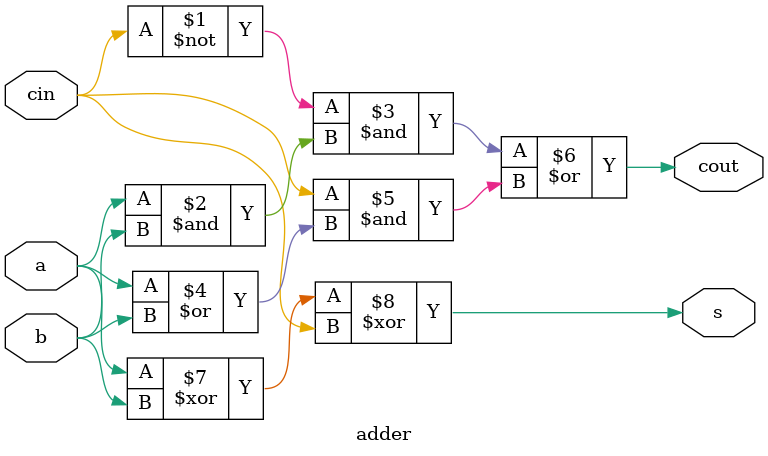
<source format=v>
module multiplier(
    input clk, rst, 
    input flush, mult_en,
    input [31:0] mult_A, mult_B,
    input is_unsign,
    output mult_busy,
    output [63:0] mult_out
    //    output [63:0] debug
);
    //assign debug = Si[13];
    wire [31:0] A, B, neg_A;
    assign A=mult_A;
    assign B=mult_B;
    assign neg_A= ~A + 1 ;

   
    //compress 32*32 to 16*32
    // 000     0
    // 001     1
    // 010     1
    // 011     2
    // 100     -2
    // 101     -1
    // 110     -1
    // 111     0  
    wire [2:0] booth[0:15]; 
    wire [63:0] Pi  [0:15]; 
    assign booth[0] = {B[1],B[0],1'b0};
    genvar  i;
    generate
        for(i=1;i<16;i=i+1)begin
            assign booth[i] = { B[(i<<1)+1],B[i<<1],B[(i<<1)-1]};
        end
    endgenerate
    generate
        for(i=0;i<16;i=i+1)begin
            assign Pi[i] = { {64{booth[i]==3'b000}} & 64'b0  } 
                         | { {64{booth[i]==3'b001}} & {  {(32-(i<<1)){A[31]}} , A , {(i<<1){1'b0}} } }
                         | { {64{booth[i]==3'b010}} & {  {(32-(i<<1)){A[31]}} , A , {(i<<1){1'b0}} } }
                         | { {64{booth[i]==3'b011}} & {  {(32-(i<<1)-1){A[31]}} , A , {((i<<1)+1){1'b0}} } }
                         | { {64{booth[i]==3'b100}} & {  {(32-(i<<1)-1){neg_A[31]}} , neg_A , {((i<<1)+1){1'b0}} } }
                         | { {64{booth[i]==3'b101}} & {  {(32-(i<<1)){neg_A[31]}} , neg_A , {(i<<1){1'b0}} } }
                         | { {64{booth[i]==3'b110}} & {  {(32-(i<<1)){neg_A[31]}} , neg_A , {(i<<1){1'b0}} } }
                         | { {64{booth[i]==3'b111}} & 64'b0  }  ;
                
        end
    endgenerate

    wire [64:0] Ci[0:13];
    wire [63:0] Si[0:13];
    generate
        for(i=0;i<14;i=i+1) assign Ci[i][0] = 1'b0 ;
    endgenerate
    generate
        for(i=0;i<64;i=i+1)begin
            //clk 0
            adder adder_0(
                .a( Pi[0][i] ), .b(Pi[1][i]), .cin(Pi[2][i]), 
                .cout(Ci[0][i+1]), .s(Si[0][i])
            );
            adder adder_1(
                .a( Pi[4][i] ), .b(Pi[5][i]), .cin(Pi[6][i]), 
                .cout(Ci[1][i+1]), .s(Si[1][i])
            );
            adder adder_2(
                .a( Pi[8][i] ), .b(Pi[9][i]), .cin(Pi[10][i]), 
                .cout(Ci[2][i+1]), .s(Si[2][i])
            );
            adder adder_3(
                .a( Pi[12][i] ), .b(Pi[13][i]), .cin(Pi[14][i]), 
                .cout(Ci[3][i+1]), .s(Si[3][i])
            );
            //clk 1
            adder adder_4(
                .a( Pi[3][i] ), .b(Si[0][i]), .cin(Ci[0][i]), 
                .cout(Ci[4][i+1]), .s(Si[4][i])
            );
            adder adder_5(
                .a( Pi[7][i] ), .b(Si[1][i]), .cin(Ci[1][i]), 
                .cout(Ci[5][i+1]), .s(Si[5][i])
            );
            adder adder_6(
                .a( Pi[11][i] ), .b(Si[2][i]), .cin(Ci[2][i]), 
                .cout(Ci[6][i+1]), .s(Si[6][i])
            );
            adder adder_7(
                .a( Pi[15][i] ), .b(Si[3][i]), .cin(Ci[3][i]), 
                .cout(Ci[7][i+1]), .s(Si[7][i])
            );
            //clk2
            adder adder_8(
                .a( Ci[4][i] ), .b(Si[5][i]), .cin(Ci[5][i]), 
                .cout(Ci[8][i+1]), .s(Si[8][i])
            );
            adder adder_9(
                .a( Ci[6][i] ), .b(Si[7][i]), .cin(Ci[7][i]), 
                .cout(Ci[9][i+1]), .s(Si[9][i])
            );
            //clk 3
            adder adder_10(
                .a( Si[4][i] ), .b(Si[8][i]), .cin(Ci[8][i]), 
                .cout(Ci[10][i+1]), .s(Si[10][i])
            );
            adder adder_11(
                .a( Si[6][i] ), .b(Si[9][i]), .cin(Ci[9][i]), 
                .cout(Ci[11][i+1]), .s(Si[11][i])
            );
            //clk 4
            adder adder_12(
                .a( Ci[10][i] ), .b(Si[11][i]), .cin(Ci[11][i]), 
                .cout(Ci[12][i+1]), .s(Si[12][i])
            );
            // 5
            adder adder_13(
                .a( Si[10][i] ), .b(Si[12][i]), .cin(Ci[12][i]), 
                .cout(Ci[13][i+1]), .s(Si[13][i])
            );
            //6
           
        end
    endgenerate
    assign mult_out = Si[13] + Ci[13][63:0] ;
endmodule

module adder(
    input a, b, cin,  
    output  cout, s
);
    assign  cout = ( ~cin&(a&b)) | ( cin&(a|b) ) ;
    assign  s    = a^b^cin ;
    // always @(posedge clk ) begin
    //     cout <= ( ~cin&(a&b)) | ( cin&(a|b) ) ;
    //     s <= a^b^cin ;
    // end
endmodule
</source>
